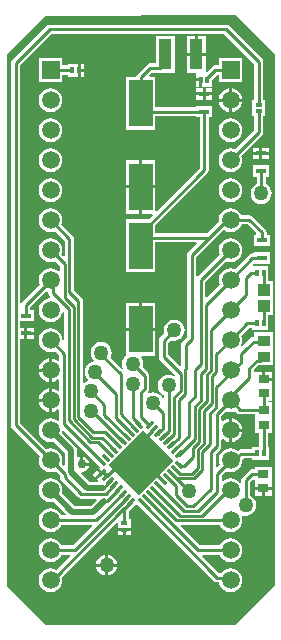
<source format=gtl>
G04*
G04 #@! TF.GenerationSoftware,Altium Limited,Altium Designer,20.2.6 (244)*
G04*
G04 Layer_Physical_Order=1*
G04 Layer_Color=11403334*
%FSLAX25Y25*%
%MOIN*%
G70*
G04*
G04 #@! TF.SameCoordinates,16A80645-BAA7-4206-B01B-76556F111C33*
G04*
G04*
G04 #@! TF.FilePolarity,Positive*
G04*
G01*
G75*
%ADD11C,0.01000*%
G04:AMPARAMS|DCode=13|XSize=161.42mil|YSize=141.73mil|CornerRadius=0mil|HoleSize=0mil|Usage=FLASHONLY|Rotation=225.000|XOffset=0mil|YOffset=0mil|HoleType=Round|Shape=Rectangle|*
%AMROTATEDRECTD13*
4,1,4,0.00696,0.10718,0.10718,0.00696,-0.00696,-0.10718,-0.10718,-0.00696,0.00696,0.10718,0.0*
%
%ADD13ROTATEDRECTD13*%

G04:AMPARAMS|DCode=14|XSize=31.5mil|YSize=11.81mil|CornerRadius=0mil|HoleSize=0mil|Usage=FLASHONLY|Rotation=135.000|XOffset=0mil|YOffset=0mil|HoleType=Round|Shape=Rectangle|*
%AMROTATEDRECTD14*
4,1,4,0.01531,-0.00696,0.00696,-0.01531,-0.01531,0.00696,-0.00696,0.01531,0.01531,-0.00696,0.0*
%
%ADD14ROTATEDRECTD14*%

G04:AMPARAMS|DCode=15|XSize=31.5mil|YSize=11.81mil|CornerRadius=0mil|HoleSize=0mil|Usage=FLASHONLY|Rotation=45.000|XOffset=0mil|YOffset=0mil|HoleType=Round|Shape=Rectangle|*
%AMROTATEDRECTD15*
4,1,4,-0.00696,-0.01531,-0.01531,-0.00696,0.00696,0.01531,0.01531,0.00696,-0.00696,-0.01531,0.0*
%
%ADD15ROTATEDRECTD15*%

%ADD16R,0.03347X0.01772*%
%ADD17R,0.07874X0.15748*%
%ADD18R,0.04331X0.10236*%
%ADD19R,0.03543X0.02953*%
%ADD20R,0.01181X0.02362*%
%ADD21R,0.02362X0.01181*%
%ADD22R,0.03347X0.02953*%
%ADD23R,0.04134X0.04134*%
%ADD24R,0.04134X0.03543*%
%ADD32C,0.02000*%
%ADD33C,0.05906*%
%ADD34R,0.05906X0.05906*%
%ADD35C,0.05000*%
%ADD36C,0.03000*%
G36*
X74500Y5500D02*
X74700D01*
Y-171700D01*
X61500Y-184900D01*
X-1800D01*
X-14600Y-172100D01*
Y5300D01*
X-1900Y18000D01*
X61800Y18200D01*
X74500Y5500D01*
D02*
G37*
%LPC*%
G36*
X51683Y11418D02*
X49018D01*
Y5800D01*
X51683D01*
Y11418D01*
D02*
G37*
G36*
X48018D02*
X45353D01*
Y5800D01*
X48018D01*
Y11418D01*
D02*
G37*
G36*
X11091Y2181D02*
X10000D01*
Y500D01*
X11091D01*
Y2181D01*
D02*
G37*
G36*
Y-500D02*
X10000D01*
Y-2181D01*
X11091D01*
Y-500D01*
D02*
G37*
G36*
X3953Y3953D02*
X-3953D01*
Y-3953D01*
X3953D01*
Y-1529D01*
X5709D01*
Y-2181D01*
X9000D01*
Y0D01*
Y2181D01*
X5709D01*
Y1529D01*
X3953D01*
Y3953D01*
D02*
G37*
G36*
X51683Y4800D02*
X48518D01*
X45353D01*
Y-818D01*
X48034D01*
X48409Y-1119D01*
X48409Y-1318D01*
Y-2800D01*
X50000D01*
Y-3300D01*
X50500D01*
Y-5481D01*
X53790D01*
Y-3282D01*
X55543Y-1529D01*
X56047D01*
Y-3953D01*
X63953D01*
Y3953D01*
X56047D01*
Y1529D01*
X54909D01*
X54324Y1413D01*
X53828Y1081D01*
X52184Y-563D01*
X51683Y-356D01*
Y4800D01*
D02*
G37*
G36*
X49500Y-3800D02*
X48409D01*
Y-5481D01*
X49500D01*
Y-3800D01*
D02*
G37*
G36*
X53873Y-6061D02*
X51700D01*
Y-7447D01*
X53873D01*
Y-6061D01*
D02*
G37*
G36*
X50700D02*
X48527D01*
Y-7447D01*
X50700D01*
Y-6061D01*
D02*
G37*
G36*
X60500Y-6079D02*
Y-9500D01*
X63921D01*
X63851Y-8968D01*
X63453Y-8007D01*
X62819Y-7181D01*
X61993Y-6547D01*
X61032Y-6149D01*
X60500Y-6079D01*
D02*
G37*
G36*
X59500D02*
X58968Y-6149D01*
X58007Y-6547D01*
X57181Y-7181D01*
X56547Y-8007D01*
X56149Y-8968D01*
X56079Y-9500D01*
X59500D01*
Y-6079D01*
D02*
G37*
G36*
X53873Y-8447D02*
X51700D01*
Y-9833D01*
X53873D01*
Y-8447D01*
D02*
G37*
G36*
X50700D02*
X48527D01*
Y-9833D01*
X50700D01*
Y-8447D01*
D02*
G37*
G36*
X63921Y-10500D02*
X60500D01*
Y-13921D01*
X61032Y-13851D01*
X61993Y-13453D01*
X62819Y-12819D01*
X63453Y-11993D01*
X63851Y-11032D01*
X63921Y-10500D01*
D02*
G37*
G36*
X59500D02*
X56079D01*
X56149Y-11032D01*
X56547Y-11993D01*
X57181Y-12819D01*
X58007Y-13453D01*
X58968Y-13851D01*
X59500Y-13921D01*
Y-10500D01*
D02*
G37*
G36*
X0Y-6013D02*
X-1032Y-6149D01*
X-1993Y-6547D01*
X-2819Y-7181D01*
X-3453Y-8007D01*
X-3851Y-8968D01*
X-3987Y-10000D01*
X-3851Y-11032D01*
X-3453Y-11993D01*
X-2819Y-12819D01*
X-1993Y-13453D01*
X-1032Y-13851D01*
X0Y-13987D01*
X1032Y-13851D01*
X1993Y-13453D01*
X2819Y-12819D01*
X3453Y-11993D01*
X3851Y-11032D01*
X3987Y-10000D01*
X3851Y-8968D01*
X3453Y-8007D01*
X2819Y-7181D01*
X1993Y-6547D01*
X1032Y-6149D01*
X0Y-6013D01*
D02*
G37*
G36*
X60000Y-16013D02*
X58968Y-16149D01*
X58007Y-16547D01*
X57181Y-17181D01*
X56547Y-18007D01*
X56149Y-18968D01*
X56013Y-20000D01*
X56149Y-21032D01*
X56547Y-21993D01*
X57181Y-22819D01*
X58007Y-23453D01*
X58968Y-23851D01*
X60000Y-23987D01*
X61032Y-23851D01*
X61993Y-23453D01*
X62819Y-22819D01*
X63453Y-21993D01*
X63851Y-21032D01*
X63987Y-20000D01*
X63851Y-18968D01*
X63453Y-18007D01*
X62819Y-17181D01*
X61993Y-16547D01*
X61032Y-16149D01*
X60000Y-16013D01*
D02*
G37*
G36*
X0D02*
X-1032Y-16149D01*
X-1993Y-16547D01*
X-2819Y-17181D01*
X-3453Y-18007D01*
X-3851Y-18968D01*
X-3987Y-20000D01*
X-3851Y-21032D01*
X-3453Y-21993D01*
X-2819Y-22819D01*
X-1993Y-23453D01*
X-1032Y-23851D01*
X0Y-23987D01*
X1032Y-23851D01*
X1993Y-23453D01*
X2819Y-22819D01*
X3453Y-21993D01*
X3851Y-21032D01*
X3987Y-20000D01*
X3851Y-18968D01*
X3453Y-18007D01*
X2819Y-17181D01*
X1993Y-16547D01*
X1032Y-16149D01*
X0Y-16013D01*
D02*
G37*
G36*
X58600Y15129D02*
X-300D01*
X-885Y15013D01*
X-1381Y14681D01*
X-12681Y3381D01*
X-13013Y2885D01*
X-13129Y2300D01*
Y-118400D01*
X-13013Y-118985D01*
X-12681Y-119481D01*
X-3659Y-128504D01*
X-3851Y-128968D01*
X-3987Y-130000D01*
X-3851Y-131032D01*
X-3453Y-131993D01*
X-2819Y-132819D01*
X-1993Y-133453D01*
X-1032Y-133851D01*
X0Y-133987D01*
X1032Y-133851D01*
X1637Y-133600D01*
X3171Y-135134D01*
Y-135700D01*
X3287Y-136285D01*
X3619Y-136781D01*
X9219Y-142381D01*
X9715Y-142713D01*
X10300Y-142829D01*
X15234D01*
X15425Y-143291D01*
X13455Y-145261D01*
X8145D01*
X3858Y-140975D01*
X3987Y-140000D01*
X3851Y-138968D01*
X3453Y-138007D01*
X2819Y-137181D01*
X1993Y-136547D01*
X1032Y-136149D01*
X0Y-136013D01*
X-1032Y-136149D01*
X-1993Y-136547D01*
X-2819Y-137181D01*
X-3453Y-138007D01*
X-3851Y-138968D01*
X-3987Y-140000D01*
X-3851Y-141032D01*
X-3453Y-141993D01*
X-2819Y-142819D01*
X-1993Y-143453D01*
X-1032Y-143851D01*
X0Y-143987D01*
X975Y-143859D01*
X5125Y-148009D01*
X4933Y-148471D01*
X3645D01*
X3453Y-148007D01*
X2819Y-147181D01*
X1993Y-146547D01*
X1032Y-146149D01*
X0Y-146013D01*
X-1032Y-146149D01*
X-1993Y-146547D01*
X-2819Y-147181D01*
X-3453Y-148007D01*
X-3851Y-148968D01*
X-3987Y-150000D01*
X-3851Y-151032D01*
X-3453Y-151993D01*
X-2819Y-152819D01*
X-1993Y-153453D01*
X-1032Y-153851D01*
X0Y-153987D01*
X1032Y-153851D01*
X1993Y-153453D01*
X2819Y-152819D01*
X3453Y-151993D01*
X3645Y-151529D01*
X13714D01*
X13905Y-151991D01*
X7426Y-158471D01*
X3645D01*
X3453Y-158007D01*
X2819Y-157181D01*
X1993Y-156547D01*
X1032Y-156149D01*
X0Y-156013D01*
X-1032Y-156149D01*
X-1993Y-156547D01*
X-2819Y-157181D01*
X-3453Y-158007D01*
X-3851Y-158968D01*
X-3987Y-160000D01*
X-3851Y-161032D01*
X-3453Y-161993D01*
X-2819Y-162819D01*
X-1993Y-163453D01*
X-1032Y-163851D01*
X0Y-163987D01*
X1032Y-163851D01*
X1993Y-163453D01*
X2819Y-162819D01*
X3453Y-161993D01*
X3645Y-161529D01*
X6370D01*
X6561Y-161991D01*
X2000Y-166552D01*
X1993Y-166547D01*
X1032Y-166149D01*
X0Y-166013D01*
X-1032Y-166149D01*
X-1993Y-166547D01*
X-2819Y-167181D01*
X-3453Y-168007D01*
X-3851Y-168968D01*
X-3987Y-170000D01*
X-3851Y-171032D01*
X-3453Y-171993D01*
X-2819Y-172819D01*
X-1993Y-173453D01*
X-1032Y-173851D01*
X0Y-173987D01*
X1032Y-173851D01*
X1993Y-173453D01*
X2819Y-172819D01*
X3453Y-171993D01*
X3851Y-171032D01*
X3987Y-170000D01*
X3858Y-169020D01*
X21957Y-150921D01*
X22419Y-151113D01*
Y-152800D01*
X26781D01*
Y-152691D01*
Y-149509D01*
X26129D01*
Y-147383D01*
X26172Y-146921D01*
Y-146921D01*
X26172Y-146921D01*
X28608Y-144485D01*
X31113Y-146990D01*
X31157Y-146947D01*
X54466Y-170256D01*
X54962Y-170588D01*
X55547Y-170704D01*
X56106D01*
X56149Y-171032D01*
X56547Y-171993D01*
X57181Y-172819D01*
X58007Y-173453D01*
X58968Y-173851D01*
X60000Y-173987D01*
X61032Y-173851D01*
X61993Y-173453D01*
X62819Y-172819D01*
X63453Y-171993D01*
X63851Y-171032D01*
X63987Y-170000D01*
X63851Y-168968D01*
X63453Y-168007D01*
X62819Y-167181D01*
X61993Y-166547D01*
X61032Y-166149D01*
X60000Y-166013D01*
X58968Y-166149D01*
X58007Y-166547D01*
X57181Y-167181D01*
X56824Y-167645D01*
X56181D01*
X50527Y-161991D01*
X50718Y-161529D01*
X56355D01*
X56547Y-161993D01*
X57181Y-162819D01*
X58007Y-163453D01*
X58968Y-163851D01*
X60000Y-163987D01*
X61032Y-163851D01*
X61993Y-163453D01*
X62819Y-162819D01*
X63453Y-161993D01*
X63851Y-161032D01*
X63987Y-160000D01*
X63851Y-158968D01*
X63453Y-158007D01*
X62819Y-157181D01*
X61993Y-156547D01*
X61032Y-156149D01*
X60000Y-156013D01*
X58968Y-156149D01*
X58007Y-156547D01*
X57181Y-157181D01*
X56547Y-158007D01*
X56355Y-158471D01*
X49790D01*
X43311Y-151991D01*
X43502Y-151529D01*
X56355D01*
X56547Y-151993D01*
X57181Y-152819D01*
X58007Y-153453D01*
X58968Y-153851D01*
X60000Y-153987D01*
X61032Y-153851D01*
X61993Y-153453D01*
X62819Y-152819D01*
X63453Y-151993D01*
X63851Y-151032D01*
X63987Y-150000D01*
X63851Y-148968D01*
X63753Y-148730D01*
X64106Y-148377D01*
X64186Y-148410D01*
X65100Y-148530D01*
X66014Y-148410D01*
X66865Y-148057D01*
X67596Y-147496D01*
X68157Y-146765D01*
X68510Y-145914D01*
X68630Y-145000D01*
X68510Y-144086D01*
X68157Y-143235D01*
X67596Y-142504D01*
X66865Y-141943D01*
X66629Y-141845D01*
Y-137334D01*
X67628Y-136335D01*
X68128Y-136542D01*
Y-138862D01*
X70900D01*
X73672D01*
Y-137114D01*
Y-132161D01*
X68128D01*
Y-133108D01*
X67162D01*
X66577Y-133225D01*
X66081Y-133556D01*
X64019Y-135619D01*
X63687Y-136115D01*
X63571Y-136700D01*
Y-137339D01*
X63071Y-137509D01*
X62819Y-137181D01*
X61993Y-136547D01*
X61032Y-136149D01*
X60000Y-136013D01*
X58968Y-136149D01*
X58007Y-136547D01*
X57529Y-136913D01*
X57029Y-136667D01*
Y-135134D01*
X58504Y-133659D01*
X58968Y-133851D01*
X60000Y-133987D01*
X61032Y-133851D01*
X61993Y-133453D01*
X62819Y-132819D01*
X63453Y-131993D01*
X63851Y-131032D01*
X63987Y-130000D01*
X63973Y-129893D01*
X64386Y-129429D01*
X67309D01*
Y-129881D01*
X72690D01*
Y-125519D01*
X72629D01*
Y-120835D01*
X73673D01*
Y-115883D01*
X73673D01*
Y-115717D01*
X73673D01*
Y-110765D01*
X72529D01*
Y-110239D01*
X73772D01*
Y-105514D01*
Y-103538D01*
X71000D01*
Y-103038D01*
X70500D01*
Y-100561D01*
X68228D01*
Y-100561D01*
X67729Y-100559D01*
Y-99933D01*
X69304Y-98359D01*
X69728D01*
X69876Y-98329D01*
X74067D01*
Y-93014D01*
Y-87471D01*
X67933D01*
Y-88966D01*
X67704D01*
X67119Y-89083D01*
X66623Y-89414D01*
X64437Y-91600D01*
X64437Y-91601D01*
X63959Y-92078D01*
X63535Y-91795D01*
X63851Y-91032D01*
X63987Y-90000D01*
X63851Y-88968D01*
X63659Y-88504D01*
X66233Y-85929D01*
X67210D01*
Y-86581D01*
X72591D01*
Y-82219D01*
X72591D01*
X72604Y-81724D01*
X74067D01*
Y-76410D01*
Y-70276D01*
X72529D01*
Y-69681D01*
X72591D01*
Y-65319D01*
X67551D01*
X67344Y-64819D01*
X67412Y-64751D01*
X67827Y-64539D01*
Y-64539D01*
X67827Y-64539D01*
X73173D01*
Y-60767D01*
X67827D01*
Y-61144D01*
X67327D01*
X66742Y-61260D01*
X66245Y-61592D01*
X61496Y-66341D01*
X61032Y-66149D01*
X60000Y-66013D01*
X58968Y-66149D01*
X58007Y-66547D01*
X57181Y-67181D01*
X56547Y-68007D01*
X56149Y-68968D01*
X56013Y-70000D01*
X56149Y-71032D01*
X56341Y-71496D01*
X52091Y-75746D01*
X51629Y-75554D01*
Y-70534D01*
X58504Y-63659D01*
X58968Y-63851D01*
X60000Y-63987D01*
X61032Y-63851D01*
X61993Y-63453D01*
X62819Y-62819D01*
X63453Y-61993D01*
X63851Y-61032D01*
X63987Y-60000D01*
X63851Y-58968D01*
X63453Y-58007D01*
X62819Y-57181D01*
X61993Y-56547D01*
X61032Y-56149D01*
X60000Y-56013D01*
X58968Y-56149D01*
X58007Y-56547D01*
X57181Y-57181D01*
X56547Y-58007D01*
X56149Y-58968D01*
X56013Y-60000D01*
X56149Y-61032D01*
X56341Y-61496D01*
X49029Y-68808D01*
X48983Y-68806D01*
X48529Y-68651D01*
Y-62334D01*
X53931Y-56931D01*
X57669Y-53194D01*
X58007Y-53453D01*
X58968Y-53851D01*
X60000Y-53987D01*
X61032Y-53851D01*
X61993Y-53453D01*
X62819Y-52819D01*
X63453Y-51993D01*
X63686Y-51429D01*
X65667D01*
X68599Y-54361D01*
X68391Y-54861D01*
X67827D01*
Y-58633D01*
X73173D01*
Y-54861D01*
X72029D01*
Y-54100D01*
X71913Y-53515D01*
X71581Y-53019D01*
X67381Y-48819D01*
X66885Y-48487D01*
X66300Y-48371D01*
X63604D01*
X63453Y-48007D01*
X62819Y-47181D01*
X61993Y-46547D01*
X61032Y-46149D01*
X60000Y-46013D01*
X58968Y-46149D01*
X58007Y-46547D01*
X57181Y-47181D01*
X56547Y-48007D01*
X56149Y-48968D01*
X56013Y-50000D01*
X56074Y-50463D01*
X52217Y-54321D01*
X34937D01*
Y-51812D01*
X52281Y-34468D01*
X52613Y-33972D01*
X52729Y-33387D01*
Y-15739D01*
X53873D01*
Y-11967D01*
X48527D01*
Y-12323D01*
X34937D01*
Y-2150D01*
X33067D01*
X32875Y-1688D01*
X33715Y-848D01*
X36617D01*
X36764Y-818D01*
X41447D01*
Y11418D01*
X35116D01*
Y2211D01*
X33082D01*
X32497Y2095D01*
X32000Y1763D01*
X29019Y-1219D01*
X28687Y-1715D01*
X28600Y-2150D01*
X25063D01*
Y-19898D01*
X34937D01*
Y-15382D01*
X48527D01*
Y-15739D01*
X49671D01*
Y-32753D01*
X35399Y-47025D01*
X34937Y-46833D01*
Y-39476D01*
X30500D01*
Y-47850D01*
X33920D01*
X34111Y-48312D01*
X32774Y-49650D01*
X25063D01*
Y-67398D01*
X34937D01*
Y-57379D01*
X48504D01*
X48696Y-57841D01*
X45919Y-60619D01*
X45587Y-61115D01*
X45471Y-61700D01*
Y-89066D01*
X43919Y-90619D01*
X43587Y-91115D01*
X43471Y-91700D01*
Y-98583D01*
X43009Y-98774D01*
X39229Y-94995D01*
Y-90833D01*
X40051Y-90012D01*
X40286Y-90110D01*
X41200Y-90230D01*
X42114Y-90110D01*
X42965Y-89757D01*
X43696Y-89196D01*
X44257Y-88465D01*
X44610Y-87614D01*
X44730Y-86700D01*
X44610Y-85786D01*
X44257Y-84935D01*
X43696Y-84204D01*
X42965Y-83643D01*
X42114Y-83290D01*
X41200Y-83170D01*
X40286Y-83290D01*
X39435Y-83643D01*
X38704Y-84204D01*
X38143Y-84935D01*
X37790Y-85786D01*
X37670Y-86700D01*
X37790Y-87614D01*
X37888Y-87849D01*
X36619Y-89119D01*
X36287Y-89615D01*
X36171Y-90200D01*
Y-95628D01*
X36287Y-96214D01*
X36619Y-96710D01*
X41550Y-101641D01*
X41527Y-101776D01*
X41365Y-101894D01*
X40978Y-102030D01*
X40254Y-101730D01*
X39340Y-101610D01*
X38426Y-101730D01*
X37575Y-102083D01*
X36844Y-102644D01*
X36283Y-103375D01*
X35930Y-104226D01*
X35810Y-105140D01*
X35930Y-106054D01*
X36283Y-106905D01*
X36844Y-107636D01*
X37575Y-108197D01*
X37811Y-108295D01*
Y-109164D01*
X37311Y-109264D01*
X37257Y-109135D01*
X36696Y-108404D01*
X35965Y-107843D01*
X35114Y-107490D01*
X34200Y-107370D01*
X33286Y-107490D01*
X32690Y-107737D01*
X32406Y-107313D01*
X32481Y-107238D01*
X32813Y-106742D01*
X32929Y-106157D01*
Y-101900D01*
X32813Y-101315D01*
X32481Y-100819D01*
X30712Y-99049D01*
X30810Y-98814D01*
X30930Y-97900D01*
X30810Y-96986D01*
X30457Y-96135D01*
X30239Y-95850D01*
X30485Y-95350D01*
X34937D01*
Y-86976D01*
X30000D01*
X25063D01*
Y-95282D01*
X24904Y-95404D01*
X24343Y-96135D01*
X23990Y-96986D01*
X23870Y-97900D01*
X23990Y-98814D01*
X24207Y-99337D01*
X23783Y-99620D01*
X20007Y-95844D01*
X20310Y-95114D01*
X20430Y-94200D01*
X20310Y-93286D01*
X19957Y-92435D01*
X19396Y-91704D01*
X18665Y-91143D01*
X17814Y-90790D01*
X16900Y-90670D01*
X15986Y-90790D01*
X15135Y-91143D01*
X14404Y-91704D01*
X13843Y-92435D01*
X13490Y-93286D01*
X13370Y-94200D01*
X13490Y-95114D01*
X13843Y-95965D01*
X14358Y-96637D01*
X14270Y-97153D01*
X13986Y-97190D01*
X13135Y-97543D01*
X12404Y-98104D01*
X11843Y-98835D01*
X11490Y-99686D01*
X11370Y-100600D01*
X11490Y-101514D01*
X11843Y-102365D01*
X12404Y-103096D01*
X12576Y-103228D01*
X12437Y-103752D01*
X11735Y-104043D01*
X11329Y-104354D01*
X10829Y-104107D01*
Y-77000D01*
X10713Y-76415D01*
X10381Y-75919D01*
X7829Y-73366D01*
Y-56300D01*
X7713Y-55715D01*
X7381Y-55219D01*
X3659Y-51496D01*
X3851Y-51032D01*
X3987Y-50000D01*
X3851Y-48968D01*
X3453Y-48007D01*
X2819Y-47181D01*
X1993Y-46547D01*
X1032Y-46149D01*
X0Y-46013D01*
X-1032Y-46149D01*
X-1993Y-46547D01*
X-2819Y-47181D01*
X-3453Y-48007D01*
X-3851Y-48968D01*
X-3987Y-50000D01*
X-3851Y-51032D01*
X-3453Y-51993D01*
X-2819Y-52819D01*
X-1993Y-53453D01*
X-1032Y-53851D01*
X0Y-53987D01*
X1032Y-53851D01*
X1496Y-53659D01*
X4771Y-56933D01*
Y-61954D01*
X4309Y-62146D01*
X3659Y-61496D01*
X3851Y-61032D01*
X3987Y-60000D01*
X3851Y-58968D01*
X3453Y-58007D01*
X2819Y-57181D01*
X1993Y-56547D01*
X1032Y-56149D01*
X0Y-56013D01*
X-1032Y-56149D01*
X-1993Y-56547D01*
X-2819Y-57181D01*
X-3453Y-58007D01*
X-3851Y-58968D01*
X-3987Y-60000D01*
X-3851Y-61032D01*
X-3453Y-61993D01*
X-2819Y-62819D01*
X-1993Y-63453D01*
X-1032Y-63851D01*
X0Y-63987D01*
X1032Y-63851D01*
X1496Y-63659D01*
X3171Y-65333D01*
Y-66866D01*
X2671Y-67067D01*
X1993Y-66547D01*
X1032Y-66149D01*
X0Y-66013D01*
X-1032Y-66149D01*
X-1993Y-66547D01*
X-2819Y-67181D01*
X-3453Y-68007D01*
X-3851Y-68968D01*
X-3987Y-70000D01*
X-3851Y-71032D01*
X-3659Y-71496D01*
X-9281Y-77119D01*
X-9571Y-77551D01*
X-9817Y-77549D01*
X-10071Y-77468D01*
Y1667D01*
X334Y12071D01*
X57967D01*
X67871Y2166D01*
Y-9919D01*
X67219D01*
Y-13100D01*
Y-15300D01*
X67871D01*
Y-19966D01*
X61496Y-26341D01*
X61032Y-26149D01*
X60000Y-26013D01*
X58968Y-26149D01*
X58007Y-26547D01*
X57181Y-27181D01*
X56547Y-28007D01*
X56149Y-28968D01*
X56013Y-30000D01*
X56149Y-31032D01*
X56547Y-31993D01*
X57181Y-32819D01*
X58007Y-33453D01*
X58968Y-33851D01*
X60000Y-33987D01*
X61032Y-33851D01*
X61993Y-33453D01*
X62819Y-32819D01*
X63453Y-31993D01*
X63851Y-31032D01*
X63987Y-30000D01*
X63851Y-28968D01*
X63659Y-28504D01*
X70481Y-21681D01*
X70813Y-21185D01*
X70929Y-20600D01*
Y-15300D01*
X71581D01*
Y-13100D01*
Y-9919D01*
X70929D01*
Y2800D01*
X70813Y3385D01*
X70481Y3881D01*
X59681Y14681D01*
X59185Y15013D01*
X58600Y15129D01*
D02*
G37*
G36*
X72773Y-25861D02*
X70600D01*
Y-27247D01*
X72773D01*
Y-25861D01*
D02*
G37*
G36*
X69600D02*
X67427D01*
Y-27247D01*
X69600D01*
Y-25861D01*
D02*
G37*
G36*
X72773Y-28247D02*
X70600D01*
Y-29633D01*
X72773D01*
Y-28247D01*
D02*
G37*
G36*
X69600D02*
X67427D01*
Y-29633D01*
X69600D01*
Y-28247D01*
D02*
G37*
G36*
X0Y-26013D02*
X-1032Y-26149D01*
X-1993Y-26547D01*
X-2819Y-27181D01*
X-3453Y-28007D01*
X-3851Y-28968D01*
X-3987Y-30000D01*
X-3851Y-31032D01*
X-3453Y-31993D01*
X-2819Y-32819D01*
X-1993Y-33453D01*
X-1032Y-33851D01*
X0Y-33987D01*
X1032Y-33851D01*
X1993Y-33453D01*
X2819Y-32819D01*
X3453Y-31993D01*
X3851Y-31032D01*
X3987Y-30000D01*
X3851Y-28968D01*
X3453Y-28007D01*
X2819Y-27181D01*
X1993Y-26547D01*
X1032Y-26149D01*
X0Y-26013D01*
D02*
G37*
G36*
X34937Y-30102D02*
X30500D01*
Y-38476D01*
X34937D01*
Y-30102D01*
D02*
G37*
G36*
X29500D02*
X25063D01*
Y-38476D01*
X29500D01*
Y-30102D01*
D02*
G37*
G36*
X60000Y-36013D02*
X58968Y-36149D01*
X58007Y-36547D01*
X57181Y-37181D01*
X56547Y-38007D01*
X56149Y-38968D01*
X56013Y-40000D01*
X56149Y-41032D01*
X56547Y-41993D01*
X57181Y-42819D01*
X58007Y-43453D01*
X58968Y-43851D01*
X60000Y-43987D01*
X61032Y-43851D01*
X61993Y-43453D01*
X62819Y-42819D01*
X63453Y-41993D01*
X63851Y-41032D01*
X63987Y-40000D01*
X63851Y-38968D01*
X63453Y-38007D01*
X62819Y-37181D01*
X61993Y-36547D01*
X61032Y-36149D01*
X60000Y-36013D01*
D02*
G37*
G36*
X0D02*
X-1032Y-36149D01*
X-1993Y-36547D01*
X-2819Y-37181D01*
X-3453Y-38007D01*
X-3851Y-38968D01*
X-3987Y-40000D01*
X-3851Y-41032D01*
X-3453Y-41993D01*
X-2819Y-42819D01*
X-1993Y-43453D01*
X-1032Y-43851D01*
X0Y-43987D01*
X1032Y-43851D01*
X1993Y-43453D01*
X2819Y-42819D01*
X3453Y-41993D01*
X3851Y-41032D01*
X3987Y-40000D01*
X3851Y-38968D01*
X3453Y-38007D01*
X2819Y-37181D01*
X1993Y-36547D01*
X1032Y-36149D01*
X0Y-36013D01*
D02*
G37*
G36*
X72773Y-31767D02*
X67427D01*
Y-35539D01*
X68671D01*
Y-37945D01*
X68435Y-38043D01*
X67704Y-38604D01*
X67143Y-39335D01*
X66790Y-40186D01*
X66670Y-41100D01*
X66790Y-42014D01*
X67143Y-42865D01*
X67704Y-43596D01*
X68435Y-44157D01*
X69286Y-44510D01*
X70200Y-44630D01*
X71114Y-44510D01*
X71965Y-44157D01*
X72696Y-43596D01*
X73257Y-42865D01*
X73610Y-42014D01*
X73730Y-41100D01*
X73610Y-40186D01*
X73257Y-39335D01*
X72696Y-38604D01*
X71965Y-38043D01*
X71729Y-37945D01*
Y-35539D01*
X72773D01*
Y-31767D01*
D02*
G37*
G36*
X29500Y-39476D02*
X25063D01*
Y-47850D01*
X29500D01*
Y-39476D01*
D02*
G37*
G36*
X34937Y-77602D02*
X30500D01*
Y-85976D01*
X34937D01*
Y-77602D01*
D02*
G37*
G36*
X29500D02*
X25063D01*
Y-85976D01*
X29500D01*
Y-77602D01*
D02*
G37*
G36*
X73772Y-100561D02*
X71500D01*
Y-102538D01*
X73772D01*
Y-100561D01*
D02*
G37*
G36*
X73672Y-139862D02*
X71400D01*
Y-141839D01*
X73672D01*
Y-139862D01*
D02*
G37*
G36*
X70400D02*
X68128D01*
Y-141839D01*
X70400D01*
Y-139862D01*
D02*
G37*
G36*
X26781Y-153800D02*
X25100D01*
Y-154891D01*
X26781D01*
Y-153800D01*
D02*
G37*
G36*
X24100D02*
X22419D01*
Y-154891D01*
X24100D01*
Y-153800D01*
D02*
G37*
G36*
X19200Y-161536D02*
Y-164500D01*
X22164D01*
X22110Y-164086D01*
X21757Y-163235D01*
X21196Y-162504D01*
X20465Y-161943D01*
X19614Y-161590D01*
X19200Y-161536D01*
D02*
G37*
G36*
X18200D02*
X17786Y-161590D01*
X16935Y-161943D01*
X16204Y-162504D01*
X15643Y-163235D01*
X15290Y-164086D01*
X15236Y-164500D01*
X18200D01*
Y-161536D01*
D02*
G37*
G36*
X22164Y-165500D02*
X19200D01*
Y-168464D01*
X19614Y-168410D01*
X20465Y-168057D01*
X21196Y-167496D01*
X21757Y-166765D01*
X22110Y-165914D01*
X22164Y-165500D01*
D02*
G37*
G36*
X18200D02*
X15236D01*
X15290Y-165914D01*
X15643Y-166765D01*
X16204Y-167496D01*
X16935Y-168057D01*
X17786Y-168410D01*
X18200Y-168464D01*
Y-165500D01*
D02*
G37*
%LPD*%
G36*
X-1032Y-73851D02*
X-777Y-73885D01*
Y-74453D01*
X-660Y-75038D01*
X-329Y-75534D01*
X-313Y-75550D01*
X-492Y-76078D01*
X-1032Y-76149D01*
X-1993Y-76547D01*
X-2819Y-77181D01*
X-3453Y-78007D01*
X-3851Y-78968D01*
X-3987Y-80000D01*
X-3851Y-81032D01*
X-3453Y-81993D01*
X-2819Y-82819D01*
X-1993Y-83453D01*
X-1032Y-83851D01*
X0Y-83987D01*
X1032Y-83851D01*
X1993Y-83453D01*
X2819Y-82819D01*
X3453Y-81993D01*
X3851Y-81032D01*
X3854Y-81007D01*
X4389Y-80775D01*
X4471Y-80834D01*
Y-89844D01*
X3971Y-89877D01*
X3851Y-88968D01*
X3453Y-88007D01*
X2819Y-87181D01*
X1993Y-86547D01*
X1032Y-86149D01*
X0Y-86013D01*
X-1032Y-86149D01*
X-1993Y-86547D01*
X-2819Y-87181D01*
X-3453Y-88007D01*
X-3851Y-88968D01*
X-3987Y-90000D01*
X-3851Y-91032D01*
X-3453Y-91993D01*
X-2819Y-92819D01*
X-1993Y-93453D01*
X-1032Y-93851D01*
X0Y-93987D01*
X1032Y-93851D01*
X1496Y-93659D01*
X2971Y-95134D01*
Y-96667D01*
X2471Y-96913D01*
X1993Y-96547D01*
X1032Y-96149D01*
X500Y-96079D01*
Y-100000D01*
Y-103921D01*
X1032Y-103851D01*
X1993Y-103453D01*
X2471Y-103087D01*
X2971Y-103333D01*
Y-106667D01*
X2471Y-106913D01*
X1993Y-106547D01*
X1032Y-106149D01*
X500Y-106079D01*
Y-110000D01*
Y-113921D01*
X1032Y-113851D01*
X1993Y-113453D01*
X2471Y-113087D01*
X2971Y-113333D01*
Y-116667D01*
X2471Y-116913D01*
X1993Y-116547D01*
X1032Y-116149D01*
X0Y-116013D01*
X-1032Y-116149D01*
X-1993Y-116547D01*
X-2819Y-117181D01*
X-3453Y-118007D01*
X-3851Y-118968D01*
X-3987Y-120000D01*
X-3851Y-121032D01*
X-3453Y-121993D01*
X-2819Y-122819D01*
X-1993Y-123453D01*
X-1032Y-123851D01*
X0Y-123987D01*
X975Y-123858D01*
X4761Y-127645D01*
Y-131745D01*
X4299Y-131936D01*
X3717Y-131354D01*
X3851Y-131032D01*
X3987Y-130000D01*
X3851Y-128968D01*
X3453Y-128007D01*
X2819Y-127181D01*
X1993Y-126547D01*
X1032Y-126149D01*
X0Y-126013D01*
X-1032Y-126149D01*
X-1496Y-126341D01*
X-10071Y-117766D01*
Y-89639D01*
X-8700D01*
Y-87753D01*
Y-85867D01*
X-10071D01*
Y-83733D01*
X-5527D01*
Y-79961D01*
X-6671D01*
Y-78834D01*
X-1496Y-73659D01*
X-1032Y-73851D01*
D02*
G37*
G36*
X58968Y-113851D02*
X60000Y-113987D01*
X61032Y-113851D01*
X61496Y-113659D01*
X62160Y-114322D01*
X62656Y-114654D01*
X63241Y-114770D01*
X68327D01*
Y-115717D01*
X68327D01*
Y-115883D01*
X68327D01*
Y-120835D01*
X69571D01*
Y-125519D01*
X67309D01*
Y-126371D01*
X63427D01*
X62842Y-126487D01*
X62347Y-126818D01*
X61993Y-126547D01*
X61032Y-126149D01*
X60000Y-126013D01*
X58968Y-126149D01*
X58007Y-126547D01*
X57181Y-127181D01*
X56547Y-128007D01*
X56149Y-128968D01*
X56013Y-130000D01*
X56149Y-131032D01*
X56341Y-131496D01*
X55491Y-132346D01*
X55029Y-132154D01*
Y-127934D01*
X56481Y-126481D01*
X56813Y-125985D01*
X56929Y-125400D01*
Y-123256D01*
X57429Y-123010D01*
X58007Y-123453D01*
X58968Y-123851D01*
X59500Y-123921D01*
Y-120000D01*
Y-116079D01*
X58968Y-116149D01*
X58007Y-116547D01*
X57429Y-116990D01*
X56929Y-116744D01*
Y-115234D01*
X58504Y-113659D01*
X58968Y-113851D01*
D02*
G37*
G36*
X14153Y-129943D02*
X14110Y-129986D01*
X16431Y-132308D01*
X16297Y-132697D01*
X17478Y-133878D01*
X17124Y-134232D01*
X17478Y-134585D01*
X15657Y-136406D01*
X15950Y-136699D01*
X15759Y-137161D01*
X12945D01*
X10168Y-134384D01*
X10264Y-134203D01*
X10433Y-133942D01*
X11375Y-133755D01*
X12202Y-133202D01*
X12755Y-132376D01*
X12849Y-131900D01*
X10400D01*
Y-131400D01*
X9900D01*
Y-128951D01*
X9425Y-129045D01*
X9280Y-129141D01*
X8839Y-128906D01*
Y-126800D01*
X8684Y-126020D01*
X8242Y-125358D01*
X3858Y-120975D01*
X3931Y-120428D01*
X4458Y-120249D01*
X14153Y-129943D01*
D02*
G37*
%LPC*%
G36*
X-5527Y-85867D02*
X-7700D01*
Y-87253D01*
X-5527D01*
Y-85867D01*
D02*
G37*
G36*
Y-88253D02*
X-7700D01*
Y-89639D01*
X-5527D01*
Y-88253D01*
D02*
G37*
G36*
X-500Y-96079D02*
X-1032Y-96149D01*
X-1993Y-96547D01*
X-2819Y-97181D01*
X-3453Y-98007D01*
X-3851Y-98968D01*
X-3921Y-99500D01*
X-500D01*
Y-96079D01*
D02*
G37*
G36*
Y-100500D02*
X-3921D01*
X-3851Y-101032D01*
X-3453Y-101993D01*
X-2819Y-102819D01*
X-1993Y-103453D01*
X-1032Y-103851D01*
X-500Y-103921D01*
Y-100500D01*
D02*
G37*
G36*
Y-106079D02*
X-1032Y-106149D01*
X-1993Y-106547D01*
X-2819Y-107181D01*
X-3453Y-108007D01*
X-3851Y-108968D01*
X-3921Y-109500D01*
X-500D01*
Y-106079D01*
D02*
G37*
G36*
Y-110500D02*
X-3921D01*
X-3851Y-111032D01*
X-3453Y-111993D01*
X-2819Y-112819D01*
X-1993Y-113453D01*
X-1032Y-113851D01*
X-500Y-113921D01*
Y-110500D01*
D02*
G37*
G36*
X60500Y-116079D02*
Y-119500D01*
X63921D01*
X63851Y-118968D01*
X63453Y-118007D01*
X62819Y-117181D01*
X61993Y-116547D01*
X61032Y-116149D01*
X60500Y-116079D01*
D02*
G37*
G36*
X63921Y-120500D02*
X60500D01*
Y-123921D01*
X61032Y-123851D01*
X61993Y-123453D01*
X62819Y-122819D01*
X63453Y-121993D01*
X63851Y-121032D01*
X63921Y-120500D01*
D02*
G37*
G36*
X10900Y-128951D02*
Y-130900D01*
X12849D01*
X12755Y-130424D01*
X12202Y-129598D01*
X11375Y-129045D01*
X10900Y-128951D01*
D02*
G37*
G36*
X15646Y-133461D02*
X14179Y-134928D01*
X14950Y-135699D01*
X16417Y-134232D01*
X15646Y-133461D01*
D02*
G37*
%LPD*%
D11*
X38769Y-135693D02*
X41700Y-138624D01*
Y-141500D02*
Y-138624D01*
X38769Y-135769D02*
Y-135693D01*
X66200Y-102600D02*
Y-99300D01*
X68671Y-96829D02*
X69728D01*
X71000Y-95557D01*
X66200Y-99300D02*
X68671Y-96829D01*
X60000Y-108800D02*
X66200Y-102600D01*
X60000Y-110000D02*
Y-108800D01*
X-11600Y2300D02*
X-300Y13600D01*
X-11600Y-118400D02*
Y2300D01*
X-300Y13600D02*
X58600D01*
X70100Y-33653D02*
X70200Y-33753D01*
Y-41100D02*
Y-33753D01*
X18792Y-143700D02*
X22971Y-139521D01*
X17900Y-143700D02*
X18792D01*
X17724Y-139200D02*
X20187Y-136737D01*
X17400Y-139200D02*
X17724D01*
X31392Y-131100D02*
X37099Y-136807D01*
X30000Y-131100D02*
X31392D01*
X23040D02*
X30000D01*
X18795Y-135345D02*
X23040Y-131100D01*
X17403Y-133953D02*
X18795Y-135345D01*
X30000Y-131100D02*
Y-124140D01*
X34315Y-119825D01*
X59147Y-120853D02*
X60000Y-120000D01*
X17275Y-133953D02*
X17403D01*
X24010Y-153300D02*
X24600D01*
X-11600Y-118400D02*
X0Y-130000D01*
X44408Y-146900D02*
X49100D01*
X55500Y-140500D02*
Y-134500D01*
X49100Y-146900D02*
X55500Y-140500D01*
X24600Y-146244D02*
X27147Y-143697D01*
X13400Y-113500D02*
X13792D01*
X24293Y-124001D01*
X50500Y-148500D02*
X59000Y-140000D01*
X60000D01*
X43224Y-148500D02*
X50500D01*
X4700Y-135700D02*
Y-134500D01*
X10300Y-141300D02*
X18408D01*
X4700Y-135700D02*
X10300Y-141300D01*
X18408D02*
X21579Y-138129D01*
X50100Y-69900D02*
X60000Y-60000D01*
X50100Y-98100D02*
Y-69900D01*
X48300Y-108800D02*
Y-99900D01*
X50100Y-98100D01*
X46100Y-111000D02*
X48300Y-108800D01*
X46100Y-121960D02*
Y-111000D01*
X41275Y-126785D02*
X46100Y-121960D01*
X52850Y-55850D02*
X58700Y-50000D01*
X47000Y-61700D02*
X52850Y-55850D01*
X30000Y-56555D02*
Y-54587D01*
Y-56555D02*
X30705Y-55850D01*
X52850D01*
X-8200Y-81847D02*
X-7413D01*
X69400Y-20600D02*
Y-13710D01*
X60000Y-30000D02*
X69400Y-20600D01*
X58600Y13600D02*
X69400Y2800D01*
Y-11509D02*
Y2800D01*
X71100Y-127700D02*
Y-118359D01*
X-8200Y-81847D02*
Y-78200D01*
X0Y-70000D01*
X65518Y-92682D02*
X65518D01*
X67704Y-90496D01*
X70747D02*
X71000Y-90242D01*
X67704Y-90496D02*
X70747D01*
X60947Y-100000D02*
X63387Y-97561D01*
Y-94813D01*
X60000Y-100000D02*
X60947D01*
X63387Y-94813D02*
X65518Y-92682D01*
X55400Y-114600D02*
X60000Y-110000D01*
X63241Y-113241D02*
X71000D01*
X60000Y-110000D02*
X63241Y-113241D01*
X71000D02*
Y-107762D01*
X65100Y-145000D02*
Y-136700D01*
X67162Y-134638D02*
X70900D01*
X65100Y-136700D02*
X67162Y-134638D01*
X70900D02*
X71195D01*
X65600Y-84400D02*
X68800D01*
X60000Y-90000D02*
X65600Y-84400D01*
X71000D02*
Y-78658D01*
Y-73343D02*
Y-67500D01*
X66900D02*
X68800D01*
X65000Y-75000D02*
Y-69400D01*
X66900Y-67500D01*
X60000Y-80000D02*
X65000Y-75000D01*
X52200Y-3300D02*
Y-2709D01*
X54909Y0D01*
X60000D01*
X0D02*
X7300D01*
X716Y-170000D02*
X24600Y-146116D01*
Y-151100D02*
Y-146116D01*
X68900Y-127809D02*
Y-127700D01*
X68809Y-127900D02*
X68900Y-127809D01*
X60000Y-130000D02*
X61327D01*
X63427Y-127900D01*
X68809D01*
X46260Y-140400D02*
X46300D01*
X41960Y-136100D02*
X46260Y-140400D01*
X41700Y-141500D02*
X45548Y-145348D01*
X47652D01*
X53500Y-127300D02*
X55400Y-125400D01*
X47652Y-145348D02*
X53500Y-139500D01*
Y-127300D01*
X55400Y-125400D02*
Y-114600D01*
X35707Y-138199D02*
X44408Y-146900D01*
X34315Y-139591D02*
X43224Y-148500D01*
X70500Y-56747D02*
Y-54100D01*
X66300Y-49900D02*
X70500Y-54100D01*
X60000Y-50000D02*
X60100Y-49900D01*
X66300D01*
X60000Y-70000D02*
X67327Y-62673D01*
X70480D01*
X70500Y-62653D01*
X30000Y-54587D02*
X51200Y-33387D01*
Y-13853D01*
X30000Y-11024D02*
X30100Y-10924D01*
Y-2300D01*
X38282Y2347D02*
Y5300D01*
X36617Y682D02*
X38282Y2347D01*
X33082Y682D02*
X36617D01*
X30100Y-2300D02*
X33082Y682D01*
X32829Y-13853D02*
X51200D01*
X30000Y-11024D02*
X32829Y-13853D01*
X48000Y-122844D02*
Y-112200D01*
X50100Y-101200D02*
X51800Y-99500D01*
X48000Y-112200D02*
X50100Y-110100D01*
Y-101200D01*
X49500Y-123900D02*
Y-113000D01*
X52200Y-101400D02*
X53400Y-100200D01*
X52200Y-110300D02*
Y-101400D01*
X49500Y-113000D02*
X52200Y-110300D01*
X51300Y-124300D02*
Y-113600D01*
X53800Y-102000D02*
X55300Y-100500D01*
X51300Y-113600D02*
X53800Y-111100D01*
Y-102000D01*
X53000Y-124800D02*
Y-114700D01*
X55300Y-105800D02*
X60000Y-101100D01*
X55300Y-112400D02*
Y-105800D01*
X53000Y-114700D02*
X55300Y-112400D01*
X37700Y-95628D02*
X43400Y-101328D01*
X37700Y-95628D02*
Y-90200D01*
X41200Y-86700D01*
X39340Y-120368D02*
Y-105140D01*
X37099Y-122609D02*
X39340Y-120368D01*
X35707Y-121217D02*
X37460Y-119465D01*
Y-114160D01*
X34200Y-110900D02*
X37460Y-114160D01*
X44900Y-99800D02*
X45000Y-99700D01*
X47000Y-89700D02*
Y-61700D01*
X45000Y-91700D02*
X47000Y-89700D01*
X45000Y-99700D02*
Y-91700D01*
X58700Y-50000D02*
X60000D01*
X44900Y-107900D02*
Y-99800D01*
X42700Y-110100D02*
X44900Y-107900D01*
X42700Y-122576D02*
Y-110100D01*
X39883Y-125393D02*
X42700Y-122576D01*
X38491Y-124001D02*
X41200Y-121292D01*
Y-109100D01*
X43400Y-106900D01*
Y-101328D01*
X35707Y-121217D02*
Y-121217D01*
X27400Y-97900D02*
Y-97900D01*
Y-97900D02*
X31400Y-101900D01*
Y-106157D02*
Y-101900D01*
X30200Y-107357D02*
X31400Y-106157D01*
X30200Y-115710D02*
X32923Y-118433D01*
X30200Y-115710D02*
Y-107357D01*
X16900Y-94900D02*
Y-94200D01*
Y-94900D02*
X23400Y-101400D01*
Y-114756D02*
Y-101400D01*
X51800Y-78200D02*
X60000Y-70000D01*
X51800Y-99500D02*
Y-78200D01*
X42667Y-128177D02*
X48000Y-122844D01*
X53400Y-100200D02*
Y-86600D01*
X60000Y-80000D01*
X55300Y-94700D02*
X60000Y-90000D01*
X55300Y-100500D02*
Y-94700D01*
X47500Y-125900D02*
X49500Y-123900D01*
X42795Y-131239D02*
X43564Y-132008D01*
X47500Y-128900D02*
Y-125900D01*
X43564Y-132008D02*
X44392D01*
X47500Y-128900D01*
X42667Y-131239D02*
X42795D01*
X49000Y-132600D02*
Y-126600D01*
X51300Y-124300D01*
X39883Y-134023D02*
X41960Y-136100D01*
X47700D01*
X50500Y-133300D02*
Y-127300D01*
X47700Y-136100D02*
X50500Y-133300D01*
X43144Y-134500D02*
X47100D01*
X49000Y-132600D01*
X41275Y-132631D02*
X43144Y-134500D01*
X50500Y-127300D02*
X53000Y-124800D01*
X55500Y-134500D02*
X60000Y-130000D01*
X32923Y-140983D02*
X41940Y-150000D01*
X60000D01*
X31531Y-142375D02*
X49156Y-160000D01*
X60000D01*
X30139Y-143767D02*
X55547Y-169175D01*
X59175D01*
X60000Y-170000D01*
X27400Y-104500D02*
X27473Y-104573D01*
Y-116046D02*
Y-104573D01*
X29861Y-118433D02*
Y-118433D01*
X27473Y-116046D02*
X29861Y-118433D01*
X23400Y-114756D02*
X28469Y-119825D01*
X14900Y-101100D02*
Y-100600D01*
Y-101100D02*
X21700Y-107900D01*
Y-115840D02*
Y-107900D01*
X13500Y-107100D02*
X17900Y-111500D01*
Y-114824D02*
Y-111500D01*
Y-114824D02*
X25685Y-122609D01*
X21700Y-115840D02*
X27077Y-121217D01*
X0Y-20900D02*
Y-20000D01*
Y-30200D02*
Y-30000D01*
Y-40000D02*
X600D01*
X7700Y-116300D02*
X13900Y-122500D01*
X17224D02*
X21509Y-126785D01*
X13900Y-122500D02*
X17224D01*
X18008Y-120500D02*
X22901Y-125393D01*
X14200Y-120500D02*
X18008D01*
X9300Y-115600D02*
X14200Y-120500D01*
X6300Y-74000D02*
X9300Y-77000D01*
Y-115600D02*
Y-77000D01*
X6300Y-74000D02*
Y-56300D01*
X0Y-50000D02*
X6300Y-56300D01*
X0Y-60000D02*
X4700Y-64700D01*
Y-75900D02*
Y-64700D01*
X7700Y-116300D02*
Y-78900D01*
X4700Y-75900D02*
X7700Y-78900D01*
X15940Y-124000D02*
X20117Y-128177D01*
X6000Y-116800D02*
X13200Y-124000D01*
X15940D01*
X6000Y-116800D02*
Y-79700D01*
X753Y-74453D02*
X6000Y-79700D01*
X0Y-70000D02*
X753Y-70753D01*
Y-74453D02*
Y-70753D01*
X0Y-90000D02*
X4500Y-94500D01*
Y-118128D02*
X17333Y-130961D01*
X4500Y-118128D02*
Y-94500D01*
X200Y-130000D02*
X4700Y-134500D01*
X0Y-130000D02*
X200D01*
X0Y-150000D02*
X15276D01*
X24363Y-140913D01*
X0Y-160000D02*
X8060D01*
X25755Y-142305D01*
X0Y-170000D02*
X716D01*
D13*
X30000Y-131100D02*
D03*
D14*
X42945Y-131518D02*
D03*
X41553Y-132910D02*
D03*
X40161Y-134301D02*
D03*
X38769Y-135693D02*
D03*
X37377Y-137085D02*
D03*
X35985Y-138477D02*
D03*
X34593Y-139869D02*
D03*
X33202Y-141261D02*
D03*
X31809Y-142653D02*
D03*
X30418Y-144045D02*
D03*
X29582Y-118155D02*
D03*
X28190Y-119547D02*
D03*
X26798Y-120939D02*
D03*
X25407Y-122331D02*
D03*
X24015Y-123723D02*
D03*
X22623Y-125115D02*
D03*
X21231Y-126507D02*
D03*
X19839Y-127899D02*
D03*
X18447Y-129290D02*
D03*
X17055Y-130682D02*
D03*
D15*
X42945Y-127899D02*
D03*
X41553Y-126507D02*
D03*
X40161Y-125115D02*
D03*
X38769Y-123723D02*
D03*
X26868Y-143975D02*
D03*
X25476Y-142584D02*
D03*
X24084Y-141192D02*
D03*
X22692Y-139800D02*
D03*
X37377Y-122331D02*
D03*
X35985Y-120939D02*
D03*
X34593Y-119547D02*
D03*
X33202Y-118155D02*
D03*
X21300Y-138408D02*
D03*
X19908Y-137016D02*
D03*
X18517Y-135624D02*
D03*
X17124Y-134232D02*
D03*
D16*
X51200Y-13853D02*
D03*
Y-7947D02*
D03*
X70100Y-33653D02*
D03*
Y-27747D02*
D03*
X-8200Y-87753D02*
D03*
Y-81847D02*
D03*
X70500Y-62653D02*
D03*
Y-56747D02*
D03*
D17*
X30000Y-58524D02*
D03*
Y-86476D02*
D03*
Y-38976D02*
D03*
Y-11024D02*
D03*
D18*
X48518Y5300D02*
D03*
X38282D02*
D03*
D19*
X71000Y-103038D02*
D03*
X70900Y-139362D02*
D03*
Y-134638D02*
D03*
X71000Y-107762D02*
D03*
D20*
X50000Y-3300D02*
D03*
X9500Y0D02*
D03*
X71100Y-127700D02*
D03*
X68900D02*
D03*
X7300Y0D02*
D03*
X52200Y-3300D02*
D03*
X68800Y-67500D02*
D03*
X71000D02*
D03*
X68800Y-84400D02*
D03*
X71000D02*
D03*
D21*
X24600Y-153300D02*
D03*
X69400Y-13710D02*
D03*
X24600Y-151100D02*
D03*
X69400Y-11509D02*
D03*
D22*
X71000Y-118359D02*
D03*
Y-113241D02*
D03*
D23*
Y-73343D02*
D03*
Y-78658D02*
D03*
D24*
Y-95557D02*
D03*
Y-90242D02*
D03*
D32*
X7300Y-147300D02*
X14300D01*
X17900Y-143700D01*
X0Y-140000D02*
X7300Y-147300D01*
X6800Y-133900D02*
X12100Y-139200D01*
X17400D01*
X6800Y-133900D02*
Y-126800D01*
X0Y-120000D02*
X6800Y-126800D01*
X34200Y-110900D02*
X34600Y-111300D01*
D33*
X0Y-100000D02*
D03*
Y-110000D02*
D03*
X60000Y-10000D02*
D03*
Y-120000D02*
D03*
Y-170000D02*
D03*
Y-160000D02*
D03*
Y-150000D02*
D03*
Y-140000D02*
D03*
Y-130000D02*
D03*
Y-110000D02*
D03*
Y-100000D02*
D03*
Y-90000D02*
D03*
Y-80000D02*
D03*
Y-70000D02*
D03*
Y-60000D02*
D03*
Y-50000D02*
D03*
Y-40000D02*
D03*
Y-30000D02*
D03*
Y-20000D02*
D03*
X0Y-170000D02*
D03*
Y-160000D02*
D03*
Y-150000D02*
D03*
Y-140000D02*
D03*
Y-130000D02*
D03*
Y-120000D02*
D03*
Y-90000D02*
D03*
Y-80000D02*
D03*
Y-70000D02*
D03*
Y-60000D02*
D03*
Y-50000D02*
D03*
Y-40000D02*
D03*
Y-30000D02*
D03*
Y-20000D02*
D03*
Y-10000D02*
D03*
D34*
X60000Y0D02*
D03*
X0D02*
D03*
D35*
X18700Y-165000D02*
D03*
X70200Y-41100D02*
D03*
X65100Y-145000D02*
D03*
X46300Y-140400D02*
D03*
X39340Y-105140D02*
D03*
X34200Y-110900D02*
D03*
X41200Y-86700D02*
D03*
X27400Y-97900D02*
D03*
X16900Y-94200D02*
D03*
X27400Y-104500D02*
D03*
X14900Y-100600D02*
D03*
X13500Y-107100D02*
D03*
X13400Y-113500D02*
D03*
D36*
X10400Y-131400D02*
D03*
M02*

</source>
